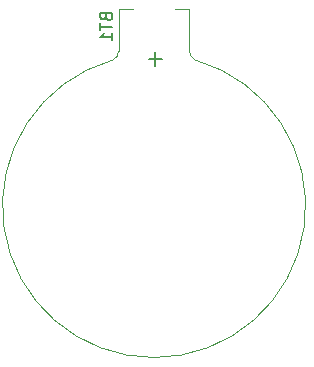
<source format=gbr>
%TF.GenerationSoftware,KiCad,Pcbnew,9.0.1*%
%TF.CreationDate,2025-06-21T17:37:17+02:00*%
%TF.ProjectId,PicoLogger,5069636f-4c6f-4676-9765-722e6b696361,rev?*%
%TF.SameCoordinates,Original*%
%TF.FileFunction,Legend,Bot*%
%TF.FilePolarity,Positive*%
%FSLAX46Y46*%
G04 Gerber Fmt 4.6, Leading zero omitted, Abs format (unit mm)*
G04 Created by KiCad (PCBNEW 9.0.1) date 2025-06-21 17:37:17*
%MOMM*%
%LPD*%
G01*
G04 APERTURE LIST*
%ADD10C,0.150000*%
%ADD11C,0.120000*%
G04 APERTURE END LIST*
D10*
X141431009Y-65724285D02*
X141478628Y-65867142D01*
X141478628Y-65867142D02*
X141526247Y-65914761D01*
X141526247Y-65914761D02*
X141621485Y-65962380D01*
X141621485Y-65962380D02*
X141764342Y-65962380D01*
X141764342Y-65962380D02*
X141859580Y-65914761D01*
X141859580Y-65914761D02*
X141907200Y-65867142D01*
X141907200Y-65867142D02*
X141954819Y-65771904D01*
X141954819Y-65771904D02*
X141954819Y-65390952D01*
X141954819Y-65390952D02*
X140954819Y-65390952D01*
X140954819Y-65390952D02*
X140954819Y-65724285D01*
X140954819Y-65724285D02*
X141002438Y-65819523D01*
X141002438Y-65819523D02*
X141050057Y-65867142D01*
X141050057Y-65867142D02*
X141145295Y-65914761D01*
X141145295Y-65914761D02*
X141240533Y-65914761D01*
X141240533Y-65914761D02*
X141335771Y-65867142D01*
X141335771Y-65867142D02*
X141383390Y-65819523D01*
X141383390Y-65819523D02*
X141431009Y-65724285D01*
X141431009Y-65724285D02*
X141431009Y-65390952D01*
X140954819Y-66248095D02*
X140954819Y-66819523D01*
X141954819Y-66533809D02*
X140954819Y-66533809D01*
X141954819Y-67676666D02*
X141954819Y-67105238D01*
X141954819Y-67390952D02*
X140954819Y-67390952D01*
X140954819Y-67390952D02*
X141097676Y-67295714D01*
X141097676Y-67295714D02*
X141192914Y-67200476D01*
X141192914Y-67200476D02*
X141240533Y-67105238D01*
X145614700Y-68688571D02*
X145614700Y-69831429D01*
X146186128Y-69260000D02*
X145043271Y-69260000D01*
D11*
%TO.C,BT1*%
X142500000Y-65060000D02*
X142500000Y-68610000D01*
X143700000Y-65060000D02*
X142500000Y-65060000D01*
X147300000Y-65060000D02*
X148500000Y-65060000D01*
X148500000Y-65060000D02*
X148500000Y-68610000D01*
X142500000Y-68610000D02*
G75*
G02*
X142000000Y-69360000I-812500J0D01*
G01*
X145500000Y-94546170D02*
G75*
G02*
X142000000Y-69360000I-28J12836270D01*
G01*
X149000000Y-69360000D02*
G75*
G02*
X145500000Y-94546170I-3499972J-12349900D01*
G01*
X149000000Y-69360000D02*
G75*
G02*
X148500000Y-68610000I312500J750000D01*
G01*
%TD*%
M02*

</source>
